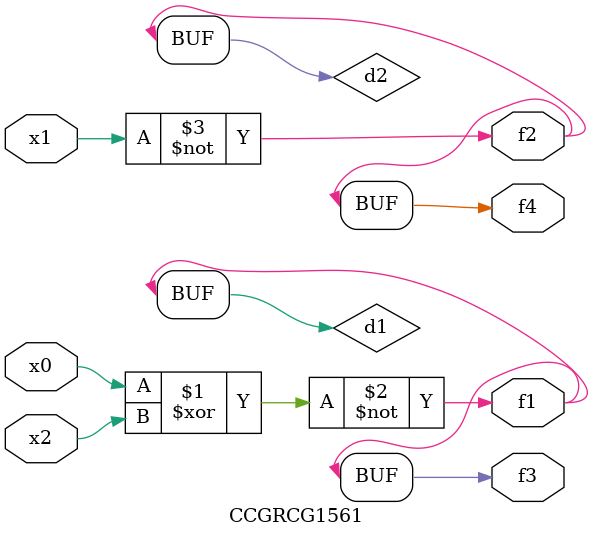
<source format=v>
module CCGRCG1561(
	input x0, x1, x2,
	output f1, f2, f3, f4
);

	wire d1, d2, d3;

	xnor (d1, x0, x2);
	nand (d2, x1);
	nor (d3, x1, x2);
	assign f1 = d1;
	assign f2 = d2;
	assign f3 = d1;
	assign f4 = d2;
endmodule

</source>
